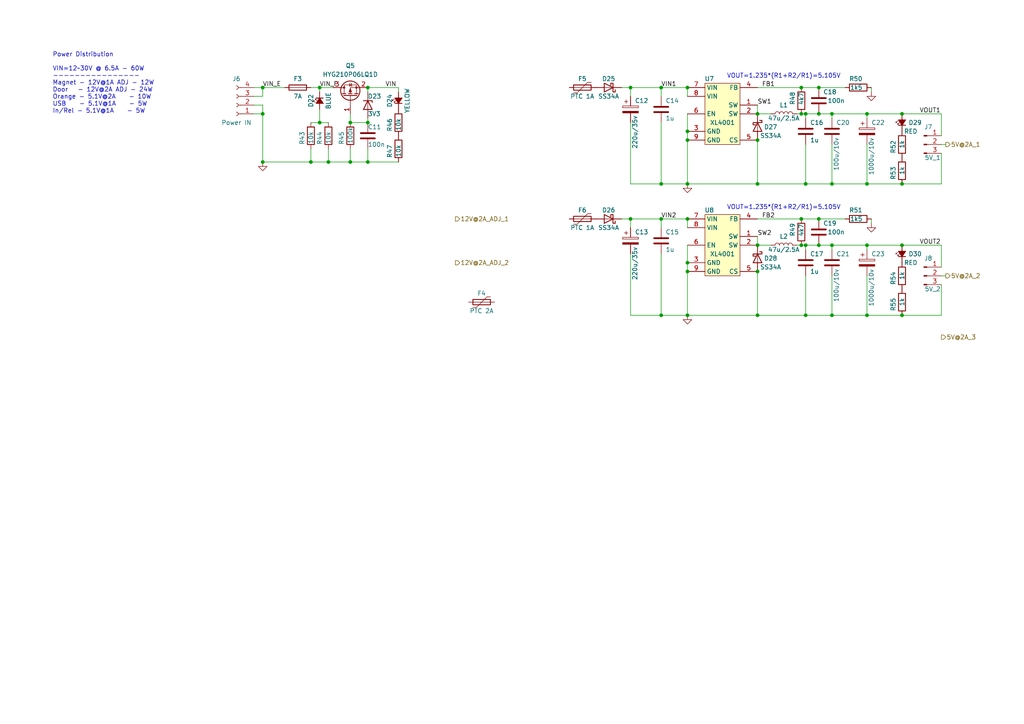
<source format=kicad_sch>
(kicad_sch (version 20211123) (generator eeschema)
  (paper "A4")
  (lib_symbols
    (symbol "-xlsemi:XL4001"
      (property "Reference" "U" (at -2.54 10.16 0))
      (property "Value" "XL4001" (at 0 -2.54 0))
      (symbol "XL4001_0_1"
        (rectangle (start -5.08 8.89) (end 5.08 -8.89) (fill (type background)))
      )
      (symbol "XL4001_1_1"
        (pin output line (at 10.16 2.54 180) (length 5.08) (name "SW") (number "1"))
        (pin output line (at 10.16 0 180) (length 5.08) (name "SW") (number "2"))
        (pin power_in line (at -10.16 -5.08 0) (length 5.08) (name "GND") (number "3"))
        (pin input line (at 10.16 7.62 180) (length 5.08) (name "FB") (number "4"))
        (pin input line (at 10.16 -7.62 180) (length 5.08) (name "CS") (number "5"))
        (pin input line (at -10.16 0 0) (length 5.08) (name "EN") (number "6"))
        (pin power_in line (at -10.16 7.62 0) (length 5.08) (name "VIN") (number "7"))
        (pin power_in line (at -10.16 5.08 0) (length 5.08) (name "VIN") (number "8"))
        (pin power_in line (at -10.16 -7.62 0) (length 5.08) (name "GND") (number "9"))
      )
    )
    (symbol "Connector:Conn_01x03_Male" (pin_names (offset 1.016) hide)
      (property "Reference" "J" (at 0 5.08 0))
      (property "Value" "Conn_01x03_Male" (at 0 -5.08 0))
      (symbol "Conn_01x03_Male_1_1"
        (polyline (pts (xy 1.27 -2.54) (xy 0.8636 -2.54)) (stroke (width 0.1524)))
        (polyline (pts (xy 1.27 0) (xy 0.8636 0)) (stroke (width 0.1524)))
        (polyline (pts (xy 1.27 2.54) (xy 0.8636 2.54)) (stroke (width 0.1524)))
        (rectangle (start 0.8636 -2.413) (end 0 -2.667) (stroke (width 0.1524)) (fill (type outline)))
        (rectangle (start 0.8636 0.127) (end 0 -0.127) (stroke (width 0.1524)) (fill (type outline)))
        (rectangle (start 0.8636 2.667) (end 0 2.413) (stroke (width 0.1524)) (fill (type outline)))
        (pin passive line (at 5.08 2.54 180) (length 3.81) (name "Pin_1") (number "1"))
        (pin passive line (at 5.08 0 180) (length 3.81) (name "Pin_2") (number "2"))
        (pin passive line (at 5.08 -2.54 180) (length 3.81) (name "Pin_3") (number "3"))
      )
    )
    (symbol "Connector:Conn_01x04_Female" (pin_names (offset 1.016) hide)
      (property "Reference" "J" (at 0 5.08 0))
      (property "Value" "Conn_01x04_Female" (at 0 -7.62 0))
      (symbol "Conn_01x04_Female_1_1"
        (arc (start 0 -4.572) (mid -0.508 -5.08) (end 0 -5.588) (stroke (width 0.1524)))
        (arc (start 0 -2.032) (mid -0.508 -2.54) (end 0 -3.048) (stroke (width 0.1524)))
        (polyline (pts (xy -1.27 -5.08) (xy -0.508 -5.08)) (stroke (width 0.1524)))
        (polyline (pts (xy -1.27 -2.54) (xy -0.508 -2.54)) (stroke (width 0.1524)))
        (polyline (pts (xy -1.27 0) (xy -0.508 0)) (stroke (width 0.1524)))
        (polyline (pts (xy -1.27 2.54) (xy -0.508 2.54)) (stroke (width 0.1524)))
        (arc (start 0 0.508) (mid -0.508 0) (end 0 -0.508) (stroke (width 0.1524)))
        (arc (start 0 3.048) (mid -0.508 2.54) (end 0 2.032) (stroke (width 0.1524)))
        (pin passive line (at -5.08 2.54 0) (length 3.81) (name "Pin_1") (number "1"))
        (pin passive line (at -5.08 0 0) (length 3.81) (name "Pin_2") (number "2"))
        (pin passive line (at -5.08 -2.54 0) (length 3.81) (name "Pin_3") (number "3"))
        (pin passive line (at -5.08 -5.08 0) (length 3.81) (name "Pin_4") (number "4"))
      )
    )
    (symbol "Device:C" (pin_numbers hide) (pin_names (offset 0.254))
      (property "Reference" "C" (at 0.635 2.54 0))
      (property "Value" "C" (at 0.635 -2.54 0))
      (symbol "C_0_1"
        (polyline (pts (xy -2.032 -0.762) (xy 2.032 -0.762)) (stroke (width 0.508)))
        (polyline (pts (xy -2.032 0.762) (xy 2.032 0.762)) (stroke (width 0.508)))
      )
      (symbol "C_1_1"
        (pin passive line (at 0 3.81 270) (length 2.794) (name "~") (number "1"))
        (pin passive line (at 0 -3.81 90) (length 2.794) (name "~") (number "2"))
      )
    )
    (symbol "Device:C_Polarized" (pin_numbers hide) (pin_names (offset 0.254))
      (property "Reference" "C" (at 0.635 2.54 0))
      (property "Value" "C_Polarized" (at 0.635 -2.54 0))
      (symbol "C_Polarized_0_1"
        (rectangle (start -2.286 0.508) (end 2.286 1.016))
        (polyline (pts (xy -1.778 2.286) (xy -0.762 2.286)))
        (polyline (pts (xy -1.27 2.794) (xy -1.27 1.778)))
        (rectangle (start 2.286 -0.508) (end -2.286 -1.016) (fill (type outline)))
      )
      (symbol "C_Polarized_1_1"
        (pin passive line (at 0 3.81 270) (length 2.794) (name "~") (number "1"))
        (pin passive line (at 0 -3.81 90) (length 2.794) (name "~") (number "2"))
      )
    )
    (symbol "Device:D_Zener" (pin_numbers hide) (pin_names (offset 1.016) hide)
      (property "Reference" "D" (at 0 2.54 0))
      (property "Value" "D_Zener" (at 0 -2.54 0))
      (symbol "D_Zener_0_1"
        (polyline (pts (xy 1.27 0) (xy -1.27 0)))
        (polyline (pts (xy -1.27 -1.27) (xy -1.27 1.27) (xy -0.762 1.27)) (stroke (width 0.254)))
        (polyline (pts (xy 1.27 -1.27) (xy 1.27 1.27) (xy -1.27 0) (xy 1.27 -1.27)) (stroke (width 0.254)))
      )
      (symbol "D_Zener_1_1"
        (pin passive line (at -3.81 0 0) (length 2.54) (name "K") (number "1"))
        (pin passive line (at 3.81 0 180) (length 2.54) (name "A") (number "2"))
      )
    )
    (symbol "Device:Fuse" (pin_numbers hide) (pin_names (offset 0))
      (property "Reference" "F" (at 2.032 0 90))
      (property "Value" "Fuse" (at -1.905 0 90))
      (symbol "Fuse_0_1"
        (rectangle (start -0.762 -2.54) (end 0.762 2.54) (stroke (width 0.254)))
        (polyline (pts (xy 0 2.54) (xy 0 -2.54)))
      )
      (symbol "Fuse_1_1"
        (pin passive line (at 0 3.81 270) (length 1.27) (name "~") (number "1"))
        (pin passive line (at 0 -3.81 90) (length 1.27) (name "~") (number "2"))
      )
    )
    (symbol "Device:L" (pin_numbers hide) (pin_names (offset 1.016) hide)
      (property "Reference" "L" (at -1.27 0 90))
      (property "Value" "L" (at 1.905 0 90))
      (symbol "L_0_1"
        (arc (start 0 -2.54) (mid 0.635 -1.905) (end 0 -1.27))
        (arc (start 0 -1.27) (mid 0.635 -0.635) (end 0 0))
        (arc (start 0 0) (mid 0.635 0.635) (end 0 1.27))
        (arc (start 0 1.27) (mid 0.635 1.905) (end 0 2.54))
      )
      (symbol "L_1_1"
        (pin passive line (at 0 3.81 270) (length 1.27) (name "1") (number "1"))
        (pin passive line (at 0 -3.81 90) (length 1.27) (name "2") (number "2"))
      )
    )
    (symbol "Device:LED_Small_Filled" (pin_numbers hide) (pin_names (offset 0.254) hide)
      (property "Reference" "D" (at -1.27 3.175 0))
      (property "Value" "LED_Small_Filled" (at -4.445 -2.54 0))
      (symbol "LED_Small_Filled_0_1"
        (polyline (pts (xy -0.762 -1.016) (xy -0.762 1.016)) (stroke (width 0.254)))
        (polyline (pts (xy 1.016 0) (xy -0.762 0)))
        (polyline (pts (xy 0.762 -1.016) (xy -0.762 0) (xy 0.762 1.016) (xy 0.762 -1.016)) (stroke (width 0.254)) (fill (type outline)))
        (polyline (pts (xy 0 0.762) (xy -0.508 1.27) (xy -0.254 1.27) (xy -0.508 1.27) (xy -0.508 1.016)))
        (polyline (pts (xy 0.508 1.27) (xy 0 1.778) (xy 0.254 1.778) (xy 0 1.778) (xy 0 1.524)))
      )
      (symbol "LED_Small_Filled_1_1"
        (pin passive line (at -2.54 0 0) (length 1.778) (name "K") (number "1"))
        (pin passive line (at 2.54 0 180) (length 1.778) (name "A") (number "2"))
      )
    )
    (symbol "Device:Polyfuse" (pin_numbers hide) (pin_names (offset 0))
      (property "Reference" "F" (at -2.54 0 90))
      (property "Value" "Polyfuse" (at 2.54 0 90))
      (symbol "Polyfuse_0_1"
        (rectangle (start -0.762 2.54) (end 0.762 -2.54) (stroke (width 0.254)))
        (polyline (pts (xy 0 2.54) (xy 0 -2.54)))
        (polyline (pts (xy -1.524 2.54) (xy -1.524 1.524) (xy 1.524 -1.524) (xy 1.524 -2.54)))
      )
      (symbol "Polyfuse_1_1"
        (pin passive line (at 0 3.81 270) (length 1.27) (name "~") (number "1"))
        (pin passive line (at 0 -3.81 90) (length 1.27) (name "~") (number "2"))
      )
    )
    (symbol "Device:Q_PMOS_GSD" (pin_names (offset 0) hide)
      (property "Reference" "Q" (at 5.08 1.27 0))
      (property "Value" "Q_PMOS_GSD" (at 5.08 -1.27 0))
      (symbol "Q_PMOS_GSD_0_1"
        (polyline (pts (xy 0.254 0) (xy -2.54 0)))
        (polyline (pts (xy 0.254 1.905) (xy 0.254 -1.905)) (stroke (width 0.254)))
        (polyline (pts (xy 0.762 -1.27) (xy 0.762 -2.286)) (stroke (width 0.254)))
        (polyline (pts (xy 0.762 0.508) (xy 0.762 -0.508)) (stroke (width 0.254)))
        (polyline (pts (xy 0.762 2.286) (xy 0.762 1.27)) (stroke (width 0.254)))
        (polyline (pts (xy 2.54 2.54) (xy 2.54 1.778)))
        (polyline (pts (xy 2.54 -2.54) (xy 2.54 0) (xy 0.762 0)))
        (polyline (pts (xy 0.762 1.778) (xy 3.302 1.778) (xy 3.302 -1.778) (xy 0.762 -1.778)))
        (polyline (pts (xy 2.286 0) (xy 1.27 0.381) (xy 1.27 -0.381) (xy 2.286 0)) (fill (type outline)))
        (polyline (pts (xy 2.794 -0.508) (xy 2.921 -0.381) (xy 3.683 -0.381) (xy 3.81 -0.254)))
        (polyline (pts (xy 3.302 -0.381) (xy 2.921 0.254) (xy 3.683 0.254) (xy 3.302 -0.381)))
        (circle (center 1.651 0) (radius 2.794) (stroke (width 0.254)))
        (circle (center 2.54 -1.778) (radius 0.254) (fill (type outline)))
        (circle (center 2.54 1.778) (radius 0.254) (fill (type outline)))
      )
      (symbol "Q_PMOS_GSD_1_1"
        (pin input line (at -5.08 0 0) (length 2.54) (name "G") (number "1"))
        (pin passive line (at 2.54 -5.08 90) (length 2.54) (name "S") (number "2"))
        (pin passive line (at 2.54 5.08 270) (length 2.54) (name "D") (number "3"))
      )
    )
    (symbol "Device:R" (pin_numbers hide) (pin_names (offset 0))
      (property "Reference" "R" (at 2.032 0 90))
      (property "Value" "R" (at 0 0 90))
      (symbol "R_0_1"
        (rectangle (start -1.016 -2.54) (end 1.016 2.54) (stroke (width 0.254)))
      )
      (symbol "R_1_1"
        (pin passive line (at 0 3.81 270) (length 1.27) (name "~") (number "1"))
        (pin passive line (at 0 -3.81 90) (length 1.27) (name "~") (number "2"))
      )
    )
    (symbol "Diode:CDBA340-HF" (pin_numbers hide) (pin_names hide)
      (property "Reference" "D" (at 0 2.54 0))
      (property "Value" "CDBA340-HF" (at 0 -2.54 0))
      (symbol "CDBA340-HF_0_1"
        (polyline (pts (xy 1.27 0) (xy -1.27 0)))
        (polyline (pts (xy 1.27 1.27) (xy 1.27 -1.27) (xy -1.27 0) (xy 1.27 1.27)) (stroke (width 0.254)))
        (polyline (pts (xy -1.905 0.635) (xy -1.905 1.27) (xy -1.27 1.27) (xy -1.27 -1.27) (xy -0.635 -1.27) (xy -0.635 -0.635)) (stroke (width 0.254)))
      )
      (symbol "CDBA340-HF_1_1"
        (pin passive line (at -3.81 0 0) (length 2.54) (name "K") (number "1"))
        (pin passive line (at 3.81 0 180) (length 2.54) (name "A") (number "2"))
      )
    )
    (symbol "power:GND" (power) (pin_names (offset 0))
      (property "Value" "GND" (at 0 -3.81 0))
      (symbol "GND_0_1"
        (polyline (pts (xy 0 0) (xy 0 -1.27) (xy 1.27 -1.27) (xy 0 -2.54) (xy -1.27 -1.27) (xy 0 -1.27)))
      )
      (symbol "GND_1_1"
        (pin power_in line (at 0 0 270) (length 0) hide (name "GND") (number "1"))
      )
    )
  )
  (junction (at 251.46 71.12))
  (junction (at 232.41 33.02))
  (junction (at 233.68 91.44))
  (junction (at 191.77 53.34))
  (junction (at 76.2 25.4))
  (junction (at 76.2 46.99))
  (junction (at 261.62 53.34))
  (junction (at 106.68 35.56))
  (junction (at 199.39 78.74))
  (junction (at 219.71 33.02))
  (junction (at 232.41 25.4))
  (junction (at 251.46 33.02))
  (junction (at 241.3 71.12))
  (junction (at 199.39 25.4))
  (junction (at 101.6 46.99))
  (junction (at 241.3 33.02))
  (junction (at 232.41 71.12))
  (junction (at 199.39 63.5))
  (junction (at 241.3 53.34))
  (junction (at 191.77 25.4))
  (junction (at 233.68 53.34))
  (junction (at 199.39 53.34))
  (junction (at 233.68 33.02))
  (junction (at 237.49 63.5))
  (junction (at 219.71 53.34))
  (junction (at 237.49 25.4))
  (junction (at 106.68 25.4))
  (junction (at 261.62 71.12))
  (junction (at 237.49 71.12))
  (junction (at 251.46 91.44))
  (junction (at 191.77 91.44))
  (junction (at 261.62 91.44))
  (junction (at 261.62 33.02))
  (junction (at 199.39 38.1))
  (junction (at 251.46 53.34))
  (junction (at 182.88 25.4))
  (junction (at 92.71 25.4))
  (junction (at 232.41 63.5))
  (junction (at 106.68 46.99))
  (junction (at 199.39 76.2))
  (junction (at 101.6 35.56))
  (junction (at 182.88 63.5))
  (junction (at 219.71 40.64))
  (junction (at 92.71 35.56))
  (junction (at 219.71 71.12))
  (junction (at 199.39 40.64))
  (junction (at 95.25 46.99))
  (junction (at 237.49 33.02))
  (junction (at 199.39 91.44))
  (junction (at 76.2 33.02))
  (junction (at 233.68 71.12))
  (junction (at 90.17 46.99))
  (junction (at 219.71 91.44))
  (junction (at 191.77 63.5))
  (junction (at 241.3 91.44))
  (junction (at 219.71 78.74))
  (wire (pts (xy 231.14 33.02) (xy 232.41 33.02)))
  (wire (pts (xy 241.3 41.91) (xy 241.3 53.34)))
  (wire (pts (xy 219.71 68.58) (xy 219.71 71.12)))
  (wire (pts (xy 233.68 72.39) (xy 233.68 71.12)))
  (wire (pts (xy 219.71 91.44) (xy 199.39 91.44)))
  (wire (pts (xy 101.6 35.56) (xy 101.6 33.02)))
  (wire (pts (xy 233.68 71.12) (xy 237.49 71.12)))
  (wire (pts (xy 241.3 53.34) (xy 251.46 53.34)))
  (wire (pts (xy 233.68 33.02) (xy 237.49 33.02)))
  (wire (pts (xy 251.46 53.34) (xy 261.62 53.34)))
  (wire (pts (xy 274.32 80.01) (xy 273.05 80.01)))
  (wire (pts (xy 182.88 66.04) (xy 182.88 63.5)))
  (wire (pts (xy 95.25 46.99) (xy 101.6 46.99)))
  (wire (pts (xy 90.17 25.4) (xy 92.71 25.4)))
  (wire (pts (xy 219.71 63.5) (xy 232.41 63.5)))
  (wire (pts (xy 92.71 35.56) (xy 95.25 35.56)))
  (wire (pts (xy 182.88 73.66) (xy 182.88 91.44)))
  (wire (pts (xy 233.68 41.91) (xy 233.68 53.34)))
  (wire (pts (xy 241.3 80.01) (xy 241.3 91.44)))
  (wire (pts (xy 106.68 35.56) (xy 106.68 34.29)))
  (wire (pts (xy 199.39 38.1) (xy 199.39 40.64)))
  (wire (pts (xy 232.41 71.12) (xy 233.68 71.12)))
  (wire (pts (xy 191.77 35.56) (xy 191.77 53.34)))
  (wire (pts (xy 219.71 33.02) (xy 223.52 33.02)))
  (wire (pts (xy 219.71 25.4) (xy 232.41 25.4)))
  (wire (pts (xy 219.71 30.48) (xy 219.71 33.02)))
  (wire (pts (xy 199.39 71.12) (xy 199.39 76.2)))
  (wire (pts (xy 76.2 25.4) (xy 82.55 25.4)))
  (wire (pts (xy 191.77 27.94) (xy 191.77 25.4)))
  (wire (pts (xy 219.71 78.74) (xy 219.71 91.44)))
  (wire (pts (xy 232.41 25.4) (xy 237.49 25.4)))
  (wire (pts (xy 182.88 27.94) (xy 182.88 25.4)))
  (wire (pts (xy 233.68 53.34) (xy 219.71 53.34)))
  (wire (pts (xy 273.05 39.37) (xy 273.05 33.02)))
  (wire (pts (xy 180.34 63.5) (xy 182.88 63.5)))
  (wire (pts (xy 241.3 33.02) (xy 251.46 33.02)))
  (wire (pts (xy 73.66 33.02) (xy 76.2 33.02)))
  (wire (pts (xy 241.3 91.44) (xy 251.46 91.44)))
  (wire (pts (xy 199.39 25.4) (xy 199.39 27.94)))
  (wire (pts (xy 73.66 25.4) (xy 76.2 25.4)))
  (wire (pts (xy 199.39 78.74) (xy 199.39 91.44)))
  (wire (pts (xy 261.62 71.12) (xy 273.05 71.12)))
  (wire (pts (xy 273.05 44.45) (xy 273.05 53.34)))
  (wire (pts (xy 182.88 63.5) (xy 191.77 63.5)))
  (wire (pts (xy 101.6 46.99) (xy 106.68 46.99)))
  (wire (pts (xy 233.68 91.44) (xy 219.71 91.44)))
  (wire (pts (xy 182.88 91.44) (xy 191.77 91.44)))
  (wire (pts (xy 231.14 71.12) (xy 232.41 71.12)))
  (wire (pts (xy 191.77 63.5) (xy 199.39 63.5)))
  (wire (pts (xy 95.25 43.18) (xy 95.25 46.99)))
  (wire (pts (xy 241.3 71.12) (xy 251.46 71.12)))
  (wire (pts (xy 219.71 53.34) (xy 199.39 53.34)))
  (wire (pts (xy 101.6 35.56) (xy 106.68 35.56)))
  (wire (pts (xy 237.49 25.4) (xy 245.11 25.4)))
  (wire (pts (xy 251.46 71.12) (xy 261.62 71.12)))
  (wire (pts (xy 241.3 34.29) (xy 241.3 33.02)))
  (wire (pts (xy 233.68 53.34) (xy 241.3 53.34)))
  (wire (pts (xy 191.77 53.34) (xy 199.39 53.34)))
  (wire (pts (xy 274.32 41.91) (xy 273.05 41.91)))
  (wire (pts (xy 191.77 73.66) (xy 191.77 91.44)))
  (wire (pts (xy 76.2 46.99) (xy 90.17 46.99)))
  (wire (pts (xy 92.71 25.4) (xy 96.52 25.4)))
  (wire (pts (xy 232.41 63.5) (xy 237.49 63.5)))
  (wire (pts (xy 251.46 34.29) (xy 251.46 33.02)))
  (wire (pts (xy 90.17 43.18) (xy 90.17 46.99)))
  (wire (pts (xy 115.57 25.4) (xy 106.68 25.4)))
  (wire (pts (xy 76.2 30.48) (xy 76.2 33.02)))
  (wire (pts (xy 106.68 43.18) (xy 106.68 46.99)))
  (wire (pts (xy 73.66 30.48) (xy 76.2 30.48)))
  (wire (pts (xy 273.05 91.44) (xy 261.62 91.44)))
  (wire (pts (xy 115.57 46.99) (xy 106.68 46.99)))
  (wire (pts (xy 273.05 82.55) (xy 273.05 91.44)))
  (wire (pts (xy 273.05 77.47) (xy 273.05 71.12)))
  (wire (pts (xy 180.34 25.4) (xy 182.88 25.4)))
  (wire (pts (xy 251.46 41.91) (xy 251.46 53.34)))
  (wire (pts (xy 182.88 53.34) (xy 191.77 53.34)))
  (wire (pts (xy 252.73 26.67) (xy 252.73 25.4)))
  (wire (pts (xy 241.3 72.39) (xy 241.3 71.12)))
  (wire (pts (xy 191.77 25.4) (xy 199.39 25.4)))
  (wire (pts (xy 237.49 63.5) (xy 245.11 63.5)))
  (wire (pts (xy 219.71 71.12) (xy 223.52 71.12)))
  (wire (pts (xy 182.88 35.56) (xy 182.88 53.34)))
  (wire (pts (xy 73.66 27.94) (xy 76.2 27.94)))
  (wire (pts (xy 92.71 25.4) (xy 92.71 26.67)))
  (wire (pts (xy 199.39 63.5) (xy 199.39 66.04)))
  (wire (pts (xy 199.39 40.64) (xy 199.39 53.34)))
  (wire (pts (xy 219.71 40.64) (xy 219.71 53.34)))
  (wire (pts (xy 273.05 53.34) (xy 261.62 53.34)))
  (wire (pts (xy 191.77 91.44) (xy 199.39 91.44)))
  (wire (pts (xy 237.49 71.12) (xy 241.3 71.12)))
  (wire (pts (xy 232.41 33.02) (xy 233.68 33.02)))
  (wire (pts (xy 115.57 26.67) (xy 115.57 25.4)))
  (wire (pts (xy 233.68 80.01) (xy 233.68 91.44)))
  (wire (pts (xy 191.77 66.04) (xy 191.77 63.5)))
  (wire (pts (xy 251.46 33.02) (xy 261.62 33.02)))
  (wire (pts (xy 182.88 25.4) (xy 191.77 25.4)))
  (wire (pts (xy 233.68 34.29) (xy 233.68 33.02)))
  (wire (pts (xy 76.2 33.02) (xy 76.2 46.99)))
  (wire (pts (xy 90.17 35.56) (xy 92.71 35.56)))
  (wire (pts (xy 199.39 33.02) (xy 199.39 38.1)))
  (wire (pts (xy 106.68 26.67) (xy 106.68 25.4)))
  (wire (pts (xy 76.2 27.94) (xy 76.2 25.4)))
  (wire (pts (xy 92.71 31.75) (xy 92.71 35.56)))
  (wire (pts (xy 251.46 80.01) (xy 251.46 91.44)))
  (wire (pts (xy 261.62 33.02) (xy 273.05 33.02)))
  (wire (pts (xy 101.6 43.18) (xy 101.6 46.99)))
  (wire (pts (xy 90.17 46.99) (xy 95.25 46.99)))
  (wire (pts (xy 199.39 76.2) (xy 199.39 78.74)))
  (wire (pts (xy 251.46 72.39) (xy 251.46 71.12)))
  (wire (pts (xy 252.73 64.77) (xy 252.73 63.5)))
  (wire (pts (xy 251.46 91.44) (xy 261.62 91.44)))
  (wire (pts (xy 233.68 91.44) (xy 241.3 91.44)))
  (wire (pts (xy 237.49 33.02) (xy 241.3 33.02)))
  (text "VOUT=1.235*(R1+R2/R1)=5.105V\n" (at 210.82 60.96 0) (effects (font (size 1.27 1.27)) (justify left bottom)))
  (text "Power Distribution\n\nVIN=12~30V @ 6.5A - 60W\n----------------\nMagnet - 12V@1A ADJ - 12W\nDoor   - 12V@2A ADJ - 24W\nOrange - 5.1V@2A    - 10W\nUSB    - 5.1V@1A    - 5W\nIn/Rel - 5.1V@1A    - 5W\n" (at 15.24 33.02 0) (effects (font (size 1.27 1.27)) (justify left bottom)))
  (text "VOUT=1.235*(R1+R2/R1)=5.105V\n" (at 210.82 22.86 0) (effects (font (size 1.27 1.27)) (justify left bottom)))
  (label "SW2" (at 219.71 68.58 0))
  (label "FB1" (at 220.98 25.4 0))
  (label "VIN1" (at 191.77 25.4 0))
  (label "VIN_F" (at 92.71 25.4 0))
  (label "SW1" (at 219.71 30.48 0))
  (label "FB2" (at 220.98 63.5 0))
  (label "VOUT2" (at 266.7 71.12 0))
  (label "VIN_E" (at 76.2 25.4 0))
  (label "VIN2" (at 191.77 63.5 0))
  (label "VIN" (at 111.76 25.4 0))
  (label "VOUT1" (at 266.7 33.02 0))
  (hierarchical_label "12V@2A_ADJ_1" (shape output) (at 132.08 63.5 0))
  (hierarchical_label "5V@2A_1" (shape output) (at 274.32 41.91 0))
  (hierarchical_label "5V@2A_3" (shape output) (at 273.05 97.79 0))
  (hierarchical_label "5V@2A_2" (shape output) (at 274.32 80.01 0))
  (hierarchical_label "12V@2A_ADJ_2" (shape output) (at 132.08 76.2 0))
  (symbol (lib_id "Device:D_Zener") (at 106.68 30.48 270) (unit 1)
    (property "Reference" "D23" (at 106.68 27.94 90) (effects (justify left)))
    (property "Value" "3V3" (at 106.68 33.02 90) (effects (justify left)))
    (property "Footprint" "Diode_SMD:D_SOD-123" (effects hide))
    (property "Datasheet" "https://datasheet.lcsc.com/lcsc/1806121224_ST-Semtech-MM1Z5226B_C118713.pdf" (effects hide))
    (property "LCSC Part Number" "C118713" (effects hide))
  )
  (symbol (lib_id "Device:R") (at 248.92 63.5 90) (unit 1)
    (property "Reference" "R51" (at 250.19 60.96 90) (effects (justify left)))
    (property "Value" "1k5" (at 250.19 63.5 90) (effects (justify left)))
    (property "Footprint" "Resistor_SMD:R_0805_2012Metric" (effects hide))
  )
  (symbol (lib_id "Device:LED_Small_Filled") (at 261.62 35.56 90) (unit 1)
    (property "Reference" "D29" (at 265.43 35.56 90))
    (property "Value" "RED" (at 264.16 38.1 90))
    (property "Footprint" "LED_SMD:LED_0805_2012Metric_Pad1.15x1.40mm_HandSolder" (effects hide))
    (property "LCSC Part Number" "C965812" (effects hide))
  )
  (symbol (lib_id "Device:R") (at 101.6 39.37 180) (unit 1)
    (property "Reference" "R45" (at 99.06 38.1 90) (effects (justify left)))
    (property "Value" "100k" (at 101.6 36.83 90) (effects (justify left)))
    (property "Footprint" "Resistor_SMD:R_0805_2012Metric" (effects hide))
  )
  (symbol (lib_id "Device:L") (at 227.33 71.12 90) (unit 1)
    (property "Reference" "L2" (at 227.33 68.58 90))
    (property "Value" "47u{slash}2.5A" (at 227.33 72.39 90))
    (property "Footprint" "-local:L_12x12mm_H8mm__D11.0_P5.0_universal" (effects hide))
    (property "Datasheet" "https://datasheet.lcsc.com/lcsc/2201121400_SHOU-HAN-CYH127-47UH_C2929503.pdf" (effects hide))
    (property "LCSC Part Number" "C2929503" (effects hide))
    (property "WE" "744770147" (effects hide))
  )
  (symbol (lib_id "-xlsemi:XL4001") (at 209.55 71.12 0) (unit 1)
    (property "Reference" "U8" (at 205.74 60.96 0))
    (property "Value" "XL4001" (at 209.55 73.66 0))
    (property "Footprint" "Package_SO:Texas_HTSOP-8-1EP_3.9x4.9mm_P1.27mm_EP2.95x4.9mm_Mask2.4x3.1mm_ThermalVias" (effects hide))
    (property "Datasheet" "https://datasheet.lcsc.com/szlcsc/XL4001E1_C73347.pdf" (effects hide))
    (property "LCSC Part Number" "C2988027" (effects hide))
  )
  (symbol (lib_id "Connector:Conn_01x03_Male") (at 267.97 80.01 0) (unit 1)
    (property "Reference" "J8" (at 269.24 74.93 0))
    (property "Value" "5V_2" (at 270.51 83.82 0))
  )
  (symbol (lib_id "Device:C") (at 191.77 69.85 0) (unit 1)
    (property "Reference" "C15" (at 193.04 67.31 0) (effects (justify left)))
    (property "Value" "1u" (at 193.04 72.39 0) (effects (justify left)))
    (property "Footprint" "Capacitor_SMD:C_0805_2012Metric" (effects hide))
    (property "LCSC Part Number" "C126592" (effects hide))
  )
  (symbol (lib_id "Diode:CDBA340-HF") (at 219.71 36.83 270) (unit 1)
    (property "Reference" "D27" (at 223.52 36.83 90))
    (property "Value" "SS34A" (at 223.52 39.37 90))
    (property "Footprint" "Diode_SMD:D_SMA" (effects hide))
    (property "Datasheet" "https://datasheet.lcsc.com/lcsc/2204281430_Guangdong-Hottech-SS34A_C2886580.pdf" (effects hide))
    (property "LCSC Part Number" "C2886580" (effects hide))
  )
  (symbol (lib_id "Device:C") (at 233.68 38.1 0) (unit 1)
    (property "Reference" "C16" (at 234.95 35.56 0) (effects (justify left)))
    (property "Value" "1u" (at 234.95 40.64 0) (effects (justify left)))
    (property "Footprint" "Capacitor_SMD:C_0805_2012Metric" (effects hide))
    (property "LCSC Part Number" "C126592" (effects hide))
  )
  (symbol (lib_id "Device:R") (at 115.57 43.18 180) (unit 1)
    (property "Reference" "R47" (at 113.03 41.91 90) (effects (justify left)))
    (property "Value" "10k" (at 115.57 41.91 90) (effects (justify left)))
    (property "Footprint" "Resistor_SMD:R_0805_2012Metric" (effects hide))
  )
  (symbol (lib_id "Device:LED_Small_Filled") (at 92.71 29.21 90) (mirror x) (unit 1)
    (property "Reference" "D22" (at 90.17 29.21 0))
    (property "Value" "BLUE" (at 95.25 29.21 0))
    (property "Footprint" "LED_SMD:LED_0805_2012Metric_Pad1.15x1.40mm_HandSolder" (effects hide))
    (property "LCSC Part Number" "C965817" (effects hide))
  )
  (symbol (lib_id "power:GND") (at 199.39 91.44 0) (unit 1)
    (property "Reference" "#PWR036" (effects hide))
    (property "Value" "GND" (effects hide))
  )
  (symbol (lib_id "Device:Q_PMOS_GSD") (at 101.6 27.94 90) (unit 1)
    (property "Reference" "Q5" (at 101.6 19.05 90))
    (property "Value" "HYG210P06LQ1D" (at 101.6 21.59 90))
    (property "Footprint" "Package_TO_SOT_SMD:TO-252-2" (effects hide))
    (property "Datasheet" "https://datasheet.lcsc.com/lcsc/2105241400_HUAYI-HYG210P06LQ1D_C2834760.pdf" (effects hide))
    (property "LCSC Part Number" "C2834760" (effects hide))
  )
  (symbol (lib_id "-xlsemi:XL4001") (at 209.55 33.02 0) (unit 1)
    (property "Reference" "U7" (at 205.74 22.86 0))
    (property "Value" "XL4001" (at 209.55 35.56 0))
    (property "Footprint" "Package_SO:Texas_HTSOP-8-1EP_3.9x4.9mm_P1.27mm_EP2.95x4.9mm_Mask2.4x3.1mm_ThermalVias" (effects hide))
    (property "Datasheet" "https://datasheet.lcsc.com/szlcsc/XL4001E1_C73347.pdf" (effects hide))
    (property "LCSC Part Number" "C2988027" (effects hide))
  )
  (symbol (lib_id "Device:R") (at 261.62 49.53 180) (unit 1)
    (property "Reference" "R53" (at 259.08 48.26 90) (effects (justify left)))
    (property "Value" "1k" (at 261.62 48.26 90) (effects (justify left)))
    (property "Footprint" "Resistor_SMD:R_0805_2012Metric" (effects hide))
  )
  (symbol (lib_id "Device:Polyfuse") (at 168.91 25.4 90) (unit 1)
    (property "Reference" "F5" (at 168.91 22.86 90))
    (property "Value" "PTC 1A" (at 168.91 27.94 90))
    (property "Footprint" "-local:Fuse_2920_7451Metric_Pad2.10x5.45mm_HandSolder" (effects hide))
    (property "Datasheet" "https://datasheet.lcsc.com/lcsc/1912111437_Jinrui-Electronic-Materials-Co--JK-SMD100L_C409807.pdf" (effects hide))
    (property "LCSC Part Number" "C409807" (effects hide))
  )
  (symbol (lib_id "Device:R") (at 248.92 25.4 90) (unit 1)
    (property "Reference" "R50" (at 250.19 22.86 90) (effects (justify left)))
    (property "Value" "1k5" (at 250.19 25.4 90) (effects (justify left)))
    (property "Footprint" "Resistor_SMD:R_0805_2012Metric" (effects hide))
  )
  (symbol (lib_id "Device:Polyfuse") (at 139.7 87.63 90) (unit 1)
    (property "Reference" "F4" (at 139.7 85.09 90))
    (property "Value" "PTC 2A" (at 139.7 90.17 90))
    (property "Footprint" "-local:Fuse_2920_7451Metric_Pad2.10x5.45mm_HandSolder" (effects hide))
    (property "Datasheet" "https://datasheet.lcsc.com/lcsc/2203021230_BHFUSE-BSMD2920-200-33V_C910843.pdf" (effects hide))
    (property "LCSC Part Number" "C910843" (effects hide))
  )
  (symbol (lib_id "Device:LED_Small_Filled") (at 261.62 73.66 90) (unit 1)
    (property "Reference" "D30" (at 265.43 73.66 90))
    (property "Value" "RED" (at 264.16 76.2 90))
    (property "Footprint" "LED_SMD:LED_0805_2012Metric_Pad1.15x1.40mm_HandSolder" (effects hide))
    (property "LCSC Part Number" "C965812" (effects hide))
  )
  (symbol (lib_id "Device:R") (at 115.57 35.56 180) (unit 1)
    (property "Reference" "R46" (at 113.03 34.29 90) (effects (justify left)))
    (property "Value" "10k" (at 115.57 34.29 90) (effects (justify left)))
    (property "Footprint" "Resistor_SMD:R_0805_2012Metric" (effects hide))
  )
  (symbol (lib_id "Device:C_Polarized") (at 182.88 69.85 0) (unit 1)
    (property "Reference" "C13" (at 184.15 67.31 0) (effects (justify left)))
    (property "Value" "220u/35v" (at 184.15 81.28 90) (effects (justify left)))
    (property "Footprint" "Capacitor_SMD:CP_Elec_10x10" (effects hide))
    (property "LCSC Part Number" "C249503" (effects hide))
    (property "WE" "875075661007" (effects hide))
  )
  (symbol (lib_id "Device:C") (at 237.49 29.21 0) (unit 1)
    (property "Reference" "C18" (at 238.76 26.67 0) (effects (justify left)))
    (property "Value" "100n" (at 240.03 29.21 0) (effects (justify left)))
    (property "Footprint" "Capacitor_SMD:C_0805_2012Metric" (effects hide))
    (property "LCSC Part Number" "C161260" (effects hide))
  )
  (symbol (lib_id "Device:L") (at 227.33 33.02 90) (unit 1)
    (property "Reference" "L1" (at 227.33 30.48 90))
    (property "Value" "47u{slash}2.5A" (at 227.33 34.29 90))
    (property "Footprint" "-local:L_12x12mm_H8mm__D11.0_P5.0_universal" (effects hide))
    (property "Datasheet" "https://datasheet.lcsc.com/lcsc/2201121400_SHOU-HAN-CYH127-47UH_C2929503.pdf" (effects hide))
    (property "LCSC Part Number" "C2929503" (effects hide))
    (property "WE" "744770147" (effects hide))
  )
  (symbol (lib_id "Device:C") (at 241.3 38.1 0) (unit 1)
    (property "Reference" "C20" (at 242.57 35.56 0) (effects (justify left)))
    (property "Value" "100u/10v" (at 242.57 49.53 90) (effects (justify left)))
    (property "Footprint" "Capacitor_SMD:C_1206_3216Metric" (effects hide))
    (property "Datasheet" "https://datasheet.lcsc.com/lcsc/1811061115_Murata-Electronics-GRM31CR61A107ME05L_C312983.pdf" (effects hide))
    (property "LCSC Part Number" "C312983" (effects hide))
    (property "WE" "885012108012" (effects hide))
  )
  (symbol (lib_id "Device:R") (at 261.62 87.63 180) (unit 1)
    (property "Reference" "R55" (at 259.08 86.36 90) (effects (justify left)))
    (property "Value" "1k" (at 261.62 86.36 90) (effects (justify left)))
    (property "Footprint" "Resistor_SMD:R_0805_2012Metric" (effects hide))
  )
  (symbol (lib_id "Device:C") (at 241.3 76.2 0) (unit 1)
    (property "Reference" "C21" (at 242.57 73.66 0) (effects (justify left)))
    (property "Value" "100u/10v" (at 242.57 87.63 90) (effects (justify left)))
    (property "Footprint" "Capacitor_SMD:C_1206_3216Metric" (effects hide))
    (property "Datasheet" "https://datasheet.lcsc.com/lcsc/1811061115_Murata-Electronics-GRM31CR61A107ME05L_C312983.pdf" (effects hide))
    (property "LCSC Part Number" "C312983" (effects hide))
    (property "WE" "885012108012" (effects hide))
  )
  (symbol (lib_id "Device:LED_Small_Filled") (at 115.57 29.21 90) (unit 1)
    (property "Reference" "D24" (at 113.03 29.21 0))
    (property "Value" "YELLOW" (at 118.11 29.21 0))
    (property "Footprint" "LED_SMD:LED_0805_2012Metric_Pad1.15x1.40mm_HandSolder" (effects hide))
    (property "LCSC Part Number" "C965814" (effects hide))
  )
  (symbol (lib_id "Device:R") (at 232.41 67.31 0) (unit 1)
    (property "Reference" "R49" (at 229.87 68.58 90) (effects (justify left)))
    (property "Value" "4k7" (at 232.41 68.58 90) (effects (justify left)))
    (property "Footprint" "Resistor_SMD:R_0805_2012Metric" (effects hide))
  )
  (symbol (lib_id "Device:Polyfuse") (at 168.91 63.5 90) (unit 1)
    (property "Reference" "F6" (at 168.91 60.96 90))
    (property "Value" "PTC 1A" (at 168.91 66.04 90))
    (property "Footprint" "-local:Fuse_2920_7451Metric_Pad2.10x5.45mm_HandSolder" (effects hide))
    (property "Datasheet" "https://datasheet.lcsc.com/lcsc/1912111437_Jinrui-Electronic-Materials-Co--JK-SMD100L_C409807.pdf" (effects hide))
    (property "LCSC Part Number" "C409807" (effects hide))
  )
  (symbol (lib_id "Device:R") (at 261.62 41.91 180) (unit 1)
    (property "Reference" "R52" (at 259.08 40.64 90) (effects (justify left)))
    (property "Value" "1k" (at 261.62 40.64 90) (effects (justify left)))
    (property "Footprint" "Resistor_SMD:R_0805_2012Metric" (effects hide))
  )
  (symbol (lib_id "Device:R") (at 95.25 39.37 180) (unit 1)
    (property "Reference" "R44" (at 92.71 38.1 90) (effects (justify left)))
    (property "Value" "10k" (at 95.25 38.1 90) (effects (justify left)))
    (property "Footprint" "Resistor_SMD:R_0805_2012Metric" (effects hide))
  )
  (symbol (lib_id "Connector:Conn_01x04_Female") (at 68.58 30.48 180) (unit 1)
    (property "Reference" "J6" (at 68.58 22.86 0))
    (property "Value" "Power IN" (at 68.58 35.56 0))
    (property "Footprint" "TerminalBlock_Phoenix:TerminalBlock_Phoenix_PT-1,5-4-3.5-H_1x04_P3.50mm_Horizontal" (effects hide))
    (property "Datasheet" "https://datasheet.lcsc.com/lcsc/1912111437_JILN-JL15EDGRC-35004G01_C409117.pdf" (effects hide))
    (property "LCSC Part Number" "C409117 C393014" (effects hide))
  )
  (symbol (lib_id "Diode:CDBA340-HF") (at 219.71 74.93 270) (unit 1)
    (property "Reference" "D28" (at 223.52 74.93 90))
    (property "Value" "SS34A" (at 223.52 77.47 90))
    (property "Footprint" "Diode_SMD:D_SMA" (effects hide))
    (property "Datasheet" "https://datasheet.lcsc.com/lcsc/2204281430_Guangdong-Hottech-SS34A_C2886580.pdf" (effects hide))
    (property "LCSC Part Number" "C2886580" (effects hide))
  )
  (symbol (lib_id "Diode:CDBA340-HF") (at 176.53 63.5 180) (unit 1)
    (property "Reference" "D26" (at 176.53 60.96 0))
    (property "Value" "SS34A" (at 176.53 66.04 0))
    (property "Footprint" "Diode_SMD:D_SMA" (effects hide))
    (property "Datasheet" "https://datasheet.lcsc.com/lcsc/2204281430_Guangdong-Hottech-SS34A_C2886580.pdf" (effects hide))
    (property "LCSC Part Number" "C2886580" (effects hide))
  )
  (symbol (lib_id "Device:R") (at 232.41 29.21 0) (unit 1)
    (property "Reference" "R48" (at 229.87 30.48 90) (effects (justify left)))
    (property "Value" "4k7" (at 232.41 30.48 90) (effects (justify left)))
    (property "Footprint" "Resistor_SMD:R_0805_2012Metric" (effects hide))
  )
  (symbol (lib_id "power:GND") (at 252.73 64.77 0) (unit 1)
    (property "Reference" "#PWR038" (effects hide))
    (property "Value" "GND" (effects hide))
  )
  (symbol (lib_id "power:GND") (at 76.2 46.99 0) (unit 1)
    (property "Reference" "#PWR034" (effects hide))
    (property "Value" "GND" (effects hide))
  )
  (symbol (lib_id "Device:C") (at 233.68 76.2 0) (unit 1)
    (property "Reference" "C17" (at 234.95 73.66 0) (effects (justify left)))
    (property "Value" "1u" (at 234.95 78.74 0) (effects (justify left)))
    (property "Footprint" "Capacitor_SMD:C_0805_2012Metric" (effects hide))
    (property "LCSC Part Number" "C126592" (effects hide))
  )
  (symbol (lib_id "Device:C") (at 237.49 67.31 0) (unit 1)
    (property "Reference" "C19" (at 238.76 64.77 0) (effects (justify left)))
    (property "Value" "100n" (at 240.03 67.31 0) (effects (justify left)))
    (property "Footprint" "Capacitor_SMD:C_0805_2012Metric" (effects hide))
    (property "LCSC Part Number" "C161260" (effects hide))
  )
  (symbol (lib_id "power:GND") (at 199.39 53.34 0) (unit 1)
    (property "Reference" "#PWR035" (effects hide))
    (property "Value" "GND" (effects hide))
  )
  (symbol (lib_id "Connector:Conn_01x03_Male") (at 267.97 41.91 0) (unit 1)
    (property "Reference" "J7" (at 269.24 36.83 0))
    (property "Value" "5V_1" (at 270.51 45.72 0))
  )
  (symbol (lib_id "Device:C") (at 191.77 31.75 0) (unit 1)
    (property "Reference" "C14" (at 193.04 29.21 0) (effects (justify left)))
    (property "Value" "1u" (at 193.04 34.29 0) (effects (justify left)))
    (property "Footprint" "Capacitor_SMD:C_0805_2012Metric" (effects hide))
    (property "LCSC Part Number" "C126592" (effects hide))
  )
  (symbol (lib_id "power:GND") (at 252.73 26.67 0) (unit 1)
    (property "Reference" "#PWR037" (effects hide))
    (property "Value" "GND" (effects hide))
  )
  (symbol (lib_id "Device:R") (at 261.62 80.01 180) (unit 1)
    (property "Reference" "R54" (at 259.08 78.74 90) (effects (justify left)))
    (property "Value" "1k" (at 261.62 78.74 90) (effects (justify left)))
    (property "Footprint" "Resistor_SMD:R_0805_2012Metric" (effects hide))
  )
  (symbol (lib_id "Device:C_Polarized") (at 182.88 31.75 0) (unit 1)
    (property "Reference" "C12" (at 184.15 29.21 0) (effects (justify left)))
    (property "Value" "220u/35v" (at 184.15 43.18 90) (effects (justify left)))
    (property "Footprint" "Capacitor_SMD:CP_Elec_10x10" (effects hide))
    (property "LCSC Part Number" "C249503" (effects hide))
    (property "WE" "875075661007" (effects hide))
  )
  (symbol (lib_id "Diode:CDBA340-HF") (at 176.53 25.4 180) (unit 1)
    (property "Reference" "D25" (at 176.53 22.86 0))
    (property "Value" "SS34A" (at 176.53 27.94 0))
    (property "Footprint" "Diode_SMD:D_SMA" (effects hide))
    (property "Datasheet" "https://datasheet.lcsc.com/lcsc/2204281430_Guangdong-Hottech-SS34A_C2886580.pdf" (effects hide))
    (property "LCSC Part Number" "C2886580" (effects hide))
  )
  (symbol (lib_id "Device:C_Polarized") (at 251.46 38.1 0) (unit 1)
    (property "Reference" "C22" (at 252.73 35.56 0) (effects (justify left)))
    (property "Value" "1000u/10v" (at 252.73 50.8 90) (effects (justify left)))
    (property "Footprint" "Capacitor_SMD:CP_Elec_10x10" (effects hide))
    (property "LCSC Part Number" "C134756" (effects hide))
    (property "WE" "875115257007" (effects hide))
  )
  (symbol (lib_id "Device:C") (at 106.68 39.37 0) (unit 1)
    (property "Reference" "C11" (at 106.68 36.83 0) (effects (justify left)))
    (property "Value" "100n" (at 106.68 41.91 0) (effects (justify left)))
    (property "Footprint" "Capacitor_SMD:C_0805_2012Metric" (effects hide))
    (property "LCSC Part Number" "C161260" (effects hide))
  )
  (symbol (lib_id "Device:R") (at 90.17 39.37 180) (unit 1)
    (property "Reference" "R43" (at 87.63 38.1 90) (effects (justify left)))
    (property "Value" "10k" (at 90.17 38.1 90) (effects (justify left)))
    (property "Footprint" "Resistor_SMD:R_0805_2012Metric" (effects hide))
  )
  (symbol (lib_id "Device:Fuse") (at 86.36 25.4 90) (unit 1)
    (property "Reference" "F3" (at 86.36 22.86 90))
    (property "Value" "7A" (at 86.36 27.94 90))
  )
  (symbol (lib_id "Device:C_Polarized") (at 251.46 76.2 0) (unit 1)
    (property "Reference" "C23" (at 252.73 73.66 0) (effects (justify left)))
    (property "Value" "1000u/10v" (at 252.73 88.9 90) (effects (justify left)))
    (property "Footprint" "Capacitor_SMD:CP_Elec_10x10" (effects hide))
    (property "LCSC Part Number" "C134756" (effects hide))
    (property "WE" "875115257007" (effects hide))
  )
)
</source>
